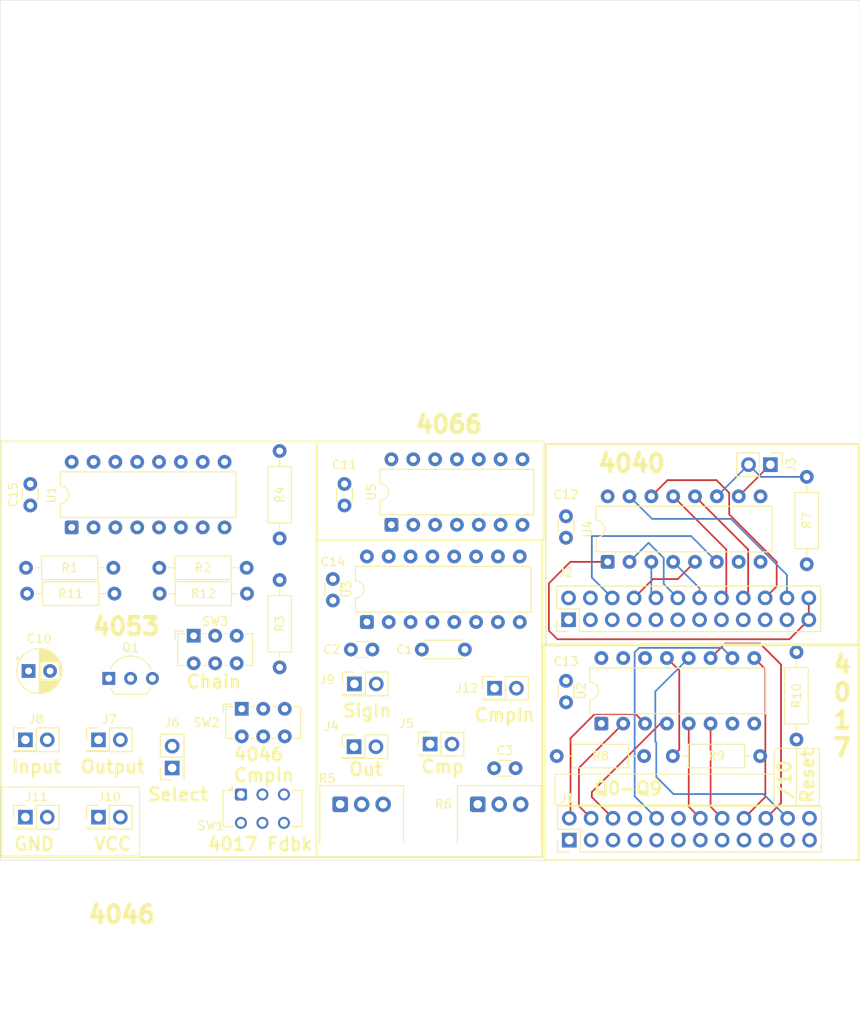
<source format=kicad_pcb>
(kicad_pcb (version 20241229) (generator "pcbnew") (generator_version "9.0")
  (layers (0 "F.Cu" signal) (2 "B.Cu" signal) (13 "F.Paste" user) (15 "B.Paste" user) (5 "F.SilkS" user "F.Silkscreen") (7 "B.SilkS" user "B.Silkscreen") (1 "F.Mask" user) (3 "B.Mask" user) (25 "Edge.Cuts" user))
  (net 0 "")
  (net 1 "Net-(U1-C1)")
  (net 2 "GND")
  (net 3 "Net-(U1-C2)")
  (net 4 "Net-(C3-Pad2)")
  (net 5 "/4040/Clock")
  (net 6 "/4040/Reset")
  (net 7 "/4046/SigIn")
  (net 8 "Net-(U1-SigIn)")
  (net 9 "Net-(U3-INH)")
  (net 10 "/4046/Comp")
  (net 11 "/4053/Select")
  (net 12 "Net-(U1-Inh)")
  (net 13 "VCC")
  (net 14 "/4017/Reset")
  (net 15 "/4017/ClockEnable")
  (net 16 "/4017/Clock")
  (net 17 "/4053/A")
  (net 18 "/4053/C")
  (net 19 "/4066/Cen")
  (net 20 "/4053/B")
  (net 21 "/4053/B1")
  (net 22 "/4017/Q1")
  (net 23 "/4017/Q2")
  (net 24 "/4017/Q6")
  (net 25 "/4017/Q7")
  (net 26 "/4017/Q8")
  (net 27 "/4017/Q0")
  (net 28 "/4017/Q5")
  (net 29 "/4017/Q3")
  (net 30 "/4017/Q4")
  (net 31 "/4017/Q10")
  (net 32 "/4017/Q9")
  (net 33 "/4040/Q0")
  (net 34 "/4040/Q11")
  (net 35 "/4040/Q7")
  (net 36 "/4040/Q3")
  (net 37 "/4040/Q9")
  (net 38 "/4040/Q4")
  (net 39 "/4040/Q8")
  (net 40 "/4040/Q5")
  (net 41 "/4040/Q1")
  (net 42 "/4040/Q6")
  (net 43 "/4040/Q10")
  (net 45 "Net-(Q1-B)")
  (net 46 "/4066/Ben")
  (net 47 "/4066/C2")
  (net 48 "/4066/D2")
  (net 49 "/4066/Den")
  (net 50 "/4066/C1")
  (net 51 "/4066/D1")
  (net 52 "Net-(U1-R1)")
  (net 53 "Net-(U1-VCOin)")
  (net 54 "Net-(U1-PC2)")
  (net 60 "/4040/Q2")
  (net 61 "Net-(J7-Pin_2)")
  (footprint "Connector_PinHeader_2.54mm:PinHeader_2x01_P2.54mm_Vertical" (layer "F.Cu") (at 98.43 142)
    (property "Reference" "J10" (at 1.27 -2.38 0) (layer "F.SilkS"))
    (property "Value" "VCC")
    (pad "1" thru_hole rect (at 0 0) (size 1.7 1.7) (drill 1) (layers "*.Cu" "*.Mask") (net 13 "VCC"))
    (pad "2" thru_hole circle (at 2.54 0) (size 1.7 1.7) (drill 1) (layers "*.Cu" "*.Mask") (net 13 "VCC"))
  )
  (footprint "Resistor_THT:R_Axial_DIN0207_L6.3mm_D2.5mm_P10.16mm_Horizontal" (layer "F.Cu") (at 105.545 116)
    (property "Reference" "R12" (at 5.08 0 0) (layer "F.SilkS"))
    (property "Value" "100k")
    (pad "1" thru_hole circle (at 0 0) (size 1.6 1.6) (drill 0.8) (layers "*.Cu" "*.Mask") (net 11 "/4053/Select"))
    (pad "2" thru_hole oval (at 10.16 0) (size 1.6 1.6) (drill 0.8) (layers "*.Cu" "*.Mask") (net 45 "Net-(Q1-B)"))
  )
  (footprint "Package_DIP:DIP-16_W7.62mm" (layer "F.Cu") (at 129.65 119.305 90)
    (property "Reference" "U3" (at 3.81 -2.33 90) (layer "F.SilkS"))
    (property "Value" "CD4053B")
    (pad "1" thru_hole roundrect (at 0 0 90) (size 1.6 1.6) (drill 0.8) (layers "*.Cu" "*.Mask") (roundrect_rratio 0.15625) (net 21 "/4053/B1"))
    (pad "2" thru_hole circle (at 0 2.54 90) (size 1.6 1.6) (drill 0.8) (layers "*.Cu" "*.Mask") (net 7 "/4046/SigIn"))
    (pad "3" thru_hole circle (at 0 5.08 90) (size 1.6 1.6) (drill 0.8) (layers "*.Cu" "*.Mask") (net 60 "/4040/Q2"))
    (pad "4" thru_hole circle (at 0 7.62 90) (size 1.6 1.6) (drill 0.8) (layers "*.Cu" "*.Mask") (net 18 "/4053/C"))
    (pad "5" thru_hole circle (at 0 10.16 90) (size 1.6 1.6) (drill 0.8) (layers "*.Cu" "*.Mask") (net 5 "/4040/Clock"))
    (pad "6" thru_hole circle (at 0 12.7 90) (size 1.6 1.6) (drill 0.8) (layers "*.Cu" "*.Mask") (net 9 "Net-(U3-INH)"))
    (pad "7" thru_hole circle (at 0 15.24 90) (size 1.6 1.6) (drill 0.8) (layers "*.Cu" "*.Mask") (net 2 "GND"))
    (pad "8" thru_hole circle (at 0 17.78 90) (size 1.6 1.6) (drill 0.8) (layers "*.Cu" "*.Mask") (net 2 "GND"))
    (pad "9" thru_hole circle (at 7.62 17.78 90) (size 1.6 1.6) (drill 0.8) (layers "*.Cu" "*.Mask") (net 11 "/4053/Select"))
    (pad "10" thru_hole circle (at 7.62 15.24 90) (size 1.6 1.6) (drill 0.8) (layers "*.Cu" "*.Mask") (net 11 "/4053/Select"))
    (pad "11" thru_hole circle (at 7.62 12.7 90) (size 1.6 1.6) (drill 0.8) (layers "*.Cu" "*.Mask") (net 11 "/4053/Select"))
    (pad "12" thru_hole circle (at 7.62 10.16 90) (size 1.6 1.6) (drill 0.8) (layers "*.Cu" "*.Mask") (net 16 "/4017/Clock"))
    (pad "13" thru_hole circle (at 7.62 7.62 90) (size 1.6 1.6) (drill 0.8) (layers "*.Cu" "*.Mask") (net 7 "/4046/SigIn"))
    (pad "14" thru_hole circle (at 7.62 5.08 90) (size 1.6 1.6) (drill 0.8) (layers "*.Cu" "*.Mask") (net 17 "/4053/A"))
    (pad "15" thru_hole circle (at 7.62 2.54 90) (size 1.6 1.6) (drill 0.8) (layers "*.Cu" "*.Mask") (net 20 "/4053/B"))
    (pad "16" thru_hole circle (at 7.62 0 90) (size 1.6 1.6) (drill 0.8) (layers "*.Cu" "*.Mask") (net 13 "VCC"))
  )
  (footprint "Resistor_THT:R_Axial_DIN0207_L6.3mm_D2.5mm_P10.16mm_Horizontal" (layer "F.Cu") (at 90 113)
    (property "Reference" "R1" (at 5.08 0 0) (layer "F.SilkS"))
    (property "Value" "100K")
    (pad "1" thru_hole circle (at 0 0) (size 1.6 1.6) (drill 0.8) (layers "*.Cu" "*.Mask") (net 9 "Net-(U3-INH)"))
    (pad "2" thru_hole oval (at 10.16 0) (size 1.6 1.6) (drill 0.8) (layers "*.Cu" "*.Mask") (net 2 "GND"))
  )
  (footprint "Resistor_THT:R_Axial_DIN0207_L6.3mm_D2.5mm_P10.16mm_Horizontal" (layer "F.Cu") (at 179.61 122.81 -90)
    (property "Reference" "R10" (at 5.08 0 90) (layer "F.SilkS"))
    (property "Value" "100K")
    (pad "1" thru_hole circle (at 0 0 270) (size 1.6 1.6) (drill 0.8) (layers "*.Cu" "*.Mask") (net 16 "/4017/Clock"))
    (pad "2" thru_hole oval (at 10.16 0 270) (size 1.6 1.6) (drill 0.8) (layers "*.Cu" "*.Mask") (net 2 "GND"))
  )
  (footprint "Resistor_THT:R_Axial_DIN0207_L6.3mm_D2.5mm_P10.16mm_Horizontal" (layer "F.Cu") (at 161.89 134.89 180)
    (property "Reference" "R8" (at 5.08 0 0) (layer "F.SilkS"))
    (property "Value" "100K")
    (pad "1" thru_hole circle (at 0 0 180) (size 1.6 1.6) (drill 0.8) (layers "*.Cu" "*.Mask") (net 14 "/4017/Reset"))
    (pad "2" thru_hole oval (at 10.16 0 180) (size 1.6 1.6) (drill 0.8) (layers "*.Cu" "*.Mask") (net 2 "GND"))
  )
  (footprint "Connector_PinHeader_2.54mm:PinHeader_2x12_P2.54mm_Vertical" (layer "F.Cu") (at 153.105 119.045 90)
    (property "Reference" "J2" (at 5.54 -0.335 180) (layer "F.SilkS"))
    (property "Value" "4040 Output")
    (pad "1" thru_hole rect (at 0 0 90) (size 1.7 1.7) (drill 1) (layers "*.Cu" "*.Mask") (net 33 "/4040/Q0"))
    (pad "2" thru_hole circle (at 2.54 0 90) (size 1.7 1.7) (drill 1) (layers "*.Cu" "*.Mask") (net 33 "/4040/Q0"))
    (pad "3" thru_hole circle (at 0 2.54 90) (size 1.7 1.7) (drill 1) (layers "*.Cu" "*.Mask") (net 41 "/4040/Q1"))
    (pad "4" thru_hole circle (at 2.54 2.54 90) (size 1.7 1.7) (drill 1) (layers "*.Cu" "*.Mask") (net 41 "/4040/Q1"))
    (pad "5" thru_hole circle (at 0 5.08 90) (size 1.7 1.7) (drill 1) (layers "*.Cu" "*.Mask") (net 60 "/4040/Q2"))
    (pad "6" thru_hole circle (at 2.54 5.08 90) (size 1.7 1.7) (drill 1) (layers "*.Cu" "*.Mask") (net 60 "/4040/Q2"))
    (pad "7" thru_hole circle (at 0 7.62 90) (size 1.7 1.7) (drill 1) (layers "*.Cu" "*.Mask") (net 36 "/4040/Q3"))
    (pad "8" thru_hole circle (at 2.54 7.62 90) (size 1.7 1.7) (drill 1) (layers "*.Cu" "*.Mask") (net 36 "/4040/Q3"))
    (pad "9" thru_hole circle (at 0 10.16 90) (size 1.7 1.7) (drill 1) (layers "*.Cu" "*.Mask") (net 38 "/4040/Q4"))
    (pad "10" thru_hole circle (at 2.54 10.16 90) (size 1.7 1.7) (drill 1) (layers "*.Cu" "*.Mask") (net 38 "/4040/Q4"))
    (pad "11" thru_hole circle (at 0 12.7 90) (size 1.7 1.7) (drill 1) (layers "*.Cu" "*.Mask") (net 40 "/4040/Q5"))
    (pad "12" thru_hole circle (at 2.54 12.7 90) (size 1.7 1.7) (drill 1) (layers "*.Cu" "*.Mask") (net 40 "/4040/Q5"))
    (pad "13" thru_hole circle (at 0 15.24 90) (size 1.7 1.7) (drill 1) (layers "*.Cu" "*.Mask") (net 42 "/4040/Q6"))
    (pad "14" thru_hole circle (at 2.54 15.24 90) (size 1.7 1.7) (drill 1) (layers "*.Cu" "*.Mask") (net 42 "/4040/Q6"))
    (pad "15" thru_hole circle (at 0 17.78 90) (size 1.7 1.7) (drill 1) (layers "*.Cu" "*.Mask") (net 35 "/4040/Q7"))
    (pad "16" thru_hole circle (at 2.54 17.78 90) (size 1.7 1.7) (drill 1) (layers "*.Cu" "*.Mask") (net 35 "/4040/Q7"))
    (pad "17" thru_hole circle (at 0 20.32 90) (size 1.7 1.7) (drill 1) (layers "*.Cu" "*.Mask") (net 39 "/4040/Q8"))
    (pad "18" thru_hole circle (at 2.54 20.32 90) (size 1.7 1.7) (drill 1) (layers "*.Cu" "*.Mask") (net 39 "/4040/Q8"))
    (pad "19" thru_hole circle (at 0 22.86 90) (size 1.7 1.7) (drill 1) (layers "*.Cu" "*.Mask") (net 37 "/4040/Q9"))
    (pad "20" thru_hole circle (at 2.54 22.86 90) (size 1.7 1.7) (drill 1) (layers "*.Cu" "*.Mask") (net 37 "/4040/Q9"))
    (pad "21" thru_hole circle (at 0 25.4 90) (size 1.7 1.7) (drill 1) (layers "*.Cu" "*.Mask") (net 43 "/4040/Q10"))
    (pad "22" thru_hole circle (at 2.54 25.4 90) (size 1.7 1.7) (drill 1) (layers "*.Cu" "*.Mask") (net 43 "/4040/Q10"))
    (pad "23" thru_hole circle (at 0 27.94 90) (size 1.7 1.7) (drill 1) (layers "*.Cu" "*.Mask") (net 34 "/4040/Q11"))
    (pad "24" thru_hole circle (at 2.54 27.94 90) (size 1.7 1.7) (drill 1) (layers "*.Cu" "*.Mask") (net 34 "/4040/Q11"))
  )
  (footprint "Capacitor_THT:C_Disc_D3.0mm_W1.6mm_P2.50mm" (layer "F.Cu") (at 130.29 122.5 180)
    (property "Reference" "C2" (at 4.75 0 0) (layer "F.SilkS"))
    (property "Value" "1uF")
    (pad "1" thru_hole circle (at 0 0 180) (size 1.6 1.6) (drill 0.8) (layers "*.Cu" "*.Mask") (net 8 "Net-(U1-SigIn)"))
    (pad "2" thru_hole circle (at 2.5 0 180) (size 1.6 1.6) (drill 0.8) (layers "*.Cu" "*.Mask") (net 7 "/4046/SigIn"))
  )
  (footprint "Resistor_THT:R_Axial_DIN0207_L6.3mm_D2.5mm_P10.16mm_Horizontal" (layer "F.Cu") (at 180.805 102.425 -90)
    (property "Reference" "R7" (at 5.08 0 90) (layer "F.SilkS"))
    (property "Value" "100K")
    (pad "1" thru_hole circle (at 0 0 270) (size 1.6 1.6) (drill 0.8) (layers "*.Cu" "*.Mask") (net 6 "/4040/Reset"))
    (pad "2" thru_hole oval (at 10.16 0 270) (size 1.6 1.6) (drill 0.8) (layers "*.Cu" "*.Mask") (net 2 "GND"))
  )
  (footprint "Capacitor_THT:C_Disc_D4.3mm_W1.9mm_P5.00mm" (layer "F.Cu") (at 136.04 122.5)
    (property "Reference" "C1" (at -2 0 0) (layer "F.SilkS"))
    (property "Value" "C1")
    (pad "1" thru_hole circle (at 0 0) (size 1.6 1.6) (drill 0.8) (layers "*.Cu" "*.Mask") (net 1 "Net-(U1-C1)"))
    (pad "2" thru_hole circle (at 5 0) (size 1.6 1.6) (drill 0.8) (layers "*.Cu" "*.Mask") (net 3 "Net-(U1-C2)"))
  )
  (footprint "Potentiometer_THT:Potentiometer_Alps_RK097_Single_Horizontal" (layer "F.Cu") (at 142.54 140.5 90)
    (property "Reference" "R6" (at 0 -4 0) (layer "F.SilkS"))
    (property "Value" "R6")
    (pad "1" thru_hole roundrect (at 0 0 270) (size 1.8 1.8) (drill 1) (layers "*.Cu" "*.Mask") (roundrect_rratio 0.1388888889) (net 53 "Net-(U1-VCOin)"))
    (pad "2" thru_hole circle (at 0 2.5 270) (size 1.8 1.8) (drill 1) (layers "*.Cu" "*.Mask") (net 4 "Net-(C3-Pad2)"))
    (pad "3" thru_hole circle (at 0 5 270) (size 1.8 1.8) (drill 1) (layers "*.Cu" "*.Mask") (net 4 "Net-(C3-Pad2)"))
  )
  (footprint "Connector_PinHeader_2.54mm:PinHeader_2x01_P2.54mm_Vertical" (layer "F.Cu") (at 137 133.5)
    (property "Reference" "J5" (at -2.735 -2.38 0) (layer "F.SilkS"))
    (property "Value" "4046 Comp")
    (pad "1" thru_hole rect (at 0 0) (size 1.7 1.7) (drill 1) (layers "*.Cu" "*.Mask") (net 10 "/4046/Comp"))
    (pad "2" thru_hole circle (at 2.54 0) (size 1.7 1.7) (drill 1) (layers "*.Cu" "*.Mask") (net 10 "/4046/Comp"))
  )
  (footprint "Capacitor_THT:CP_Radial_D5.0mm_P2.50mm" (layer "F.Cu") (at 90.2949 125)
    (property "Reference" "C10" (at 1.25 -3.75 0) (layer "F.SilkS"))
    (property "Value" "10uF")
    (pad "1" thru_hole rect (at 0 0) (size 1.6 1.6) (drill 0.8) (layers "*.Cu" "*.Mask") (net 13 "VCC"))
    (pad "2" thru_hole circle (at 2.5 0) (size 1.6 1.6) (drill 0.8) (layers "*.Cu" "*.Mask") (net 2 "GND"))
  )
  (footprint "Package_DIP:DIP-16_W7.62mm" (layer "F.Cu") (at 156.92 131.115 90)
    (property "Reference" "U2" (at 3.81 -2.33 90) (layer "F.SilkS"))
    (property "Value" "4017")
    (pad "1" thru_hole roundrect (at 0 0 90) (size 1.6 1.6) (drill 0.8) (layers "*.Cu" "*.Mask") (roundrect_rratio 0.15625) (net 28 "/4017/Q5"))
    (pad "2" thru_hole circle (at 0 2.54 90) (size 1.6 1.6) (drill 0.8) (layers "*.Cu" "*.Mask") (net 22 "/4017/Q1"))
    (pad "3" thru_hole circle (at 0 5.08 90) (size 1.6 1.6) (drill 0.8) (layers "*.Cu" "*.Mask") (net 27 "/4017/Q0"))
    (pad "4" thru_hole circle (at 0 7.62 90) (size 1.6 1.6) (drill 0.8) (layers "*.Cu" "*.Mask") (net 23 "/4017/Q2"))
    (pad "5" thru_hole circle (at 0 10.16 90) (size 1.6 1.6) (drill 0.8) (layers "*.Cu" "*.Mask") (net 24 "/4017/Q6"))
    (pad "6" thru_hole circle (at 0 12.7 90) (size 1.6 1.6) (drill 0.8) (layers "*.Cu" "*.Mask") (net 25 "/4017/Q7"))
    (pad "7" thru_hole circle (at 0 15.24 90) (size 1.6 1.6) (drill 0.8) (layers "*.Cu" "*.Mask") (net 29 "/4017/Q3"))
    (pad "8" thru_hole circle (at 0 17.78 90) (size 1.6 1.6) (drill 0.8) (layers "*.Cu" "*.Mask") (net 2 "GND"))
    (pad "9" thru_hole circle (at 7.62 17.78 90) (size 1.6 1.6) (drill 0.8) (layers "*.Cu" "*.Mask") (net 26 "/4017/Q8"))
    (pad "10" thru_hole circle (at 7.62 15.24 90) (size 1.6 1.6) (drill 0.8) (layers "*.Cu" "*.Mask") (net 30 "/4017/Q4"))
    (pad "11" thru_hole circle (at 7.62 12.7 90) (size 1.6 1.6) (drill 0.8) (layers "*.Cu" "*.Mask") (net 32 "/4017/Q9"))
    (pad "12" thru_hole circle (at 7.62 10.16 90) (size 1.6 1.6) (drill 0.8) (layers "*.Cu" "*.Mask") (net 31 "/4017/Q10"))
    (pad "13" thru_hole circle (at 7.62 7.62 90) (size 1.6 1.6) (drill 0.8) (layers "*.Cu" "*.Mask") (net 15 "/4017/ClockEnable"))
    (pad "14" thru_hole circle (at 7.62 5.08 90) (size 1.6 1.6) (drill 0.8) (layers "*.Cu" "*.Mask") (net 16 "/4017/Clock"))
    (pad "15" thru_hole circle (at 7.62 2.54 90) (size 1.6 1.6) (drill 0.8) (layers "*.Cu" "*.Mask") (net 14 "/4017/Reset"))
    (pad "16" thru_hole circle (at 7.62 0 90) (size 1.6 1.6) (drill 0.8) (layers "*.Cu" "*.Mask") (net 13 "VCC"))
  )
  (footprint "Package_DIP:DIP-16_W7.62mm" (layer "F.Cu") (at 95.315 108.305 90)
    (property "Reference" "U1" (at 3.81 -2.33 90) (layer "F.SilkS"))
    (property "Value" "4046")
    (pad "1" thru_hole roundrect (at 0 0 90) (size 1.6 1.6) (drill 0.8) (layers "*.Cu" "*.Mask") (roundrect_rratio 0.15625))
    (pad "2" thru_hole circle (at 0 2.54 90) (size 1.6 1.6) (drill 0.8) (layers "*.Cu" "*.Mask"))
    (pad "3" thru_hole circle (at 0 5.08 90) (size 1.6 1.6) (drill 0.8) (layers "*.Cu" "*.Mask") (net 10 "/4046/Comp"))
    (pad "4" thru_hole circle (at 0 7.62 90) (size 1.6 1.6) (drill 0.8) (layers "*.Cu" "*.Mask") (net 5 "/4040/Clock"))
    (pad "5" thru_hole circle (at 0 10.16 90) (size 1.6 1.6) (drill 0.8) (layers "*.Cu" "*.Mask") (net 12 "Net-(U1-Inh)"))
    (pad "6" thru_hole circle (at 0 12.7 90) (size 1.6 1.6) (drill 0.8) (layers "*.Cu" "*.Mask") (net 1 "Net-(U1-C1)"))
    (pad "7" thru_hole circle (at 0 15.24 90) (size 1.6 1.6) (drill 0.8) (layers "*.Cu" "*.Mask") (net 3 "Net-(U1-C2)"))
    (pad "8" thru_hole circle (at 0 17.78 90) (size 1.6 1.6) (drill 0.8) (layers "*.Cu" "*.Mask") (net 2 "GND"))
    (pad "9" thru_hole circle (at 7.62 17.78 90) (size 1.6 1.6) (drill 0.8) (layers "*.Cu" "*.Mask") (net 53 "Net-(U1-VCOin)"))
    (pad "10" thru_hole circle (at 7.62 15.24 90) (size 1.6 1.6) (drill 0.8) (layers "*.Cu" "*.Mask"))
    (pad "11" thru_hole circle (at 7.62 12.7 90) (size 1.6 1.6) (drill 0.8) (layers "*.Cu" "*.Mask") (net 52 "Net-(U1-R1)"))
    (pad "12" thru_hole circle (at 7.62 10.16 90) (size 1.6 1.6) (drill 0.8) (layers "*.Cu" "*.Mask"))
    (pad "13" thru_hole circle (at 7.62 7.62 90) (size 1.6 1.6) (drill 0.8) (layers "*.Cu" "*.Mask") (net 54 "Net-(U1-PC2)"))
    (pad "14" thru_hole circle (at 7.62 5.08 90) (size 1.6 1.6) (drill 0.8) (layers "*.Cu" "*.Mask") (net 8 "Net-(U1-SigIn)"))
    (pad "15" thru_hole circle (at 7.62 2.54 90) (size 1.6 1.6) (drill 0.8) (layers "*.Cu" "*.Mask"))
    (pad "16" thru_hole circle (at 7.62 0 90) (size 1.6 1.6) (drill 0.8) (layers "*.Cu" "*.Mask") (net 13 "VCC"))
  )
  (footprint "Connector_PinHeader_2.54mm:PinHeader_2x01_P2.54mm_Vertical" (layer "F.Cu") (at 98.43 133)
    (property "Reference" "J7" (at 1.27 -2.38 0) (layer "F.SilkS"))
    (property "Value" "Output")
    (pad "1" thru_hole rect (at 0 0) (size 1.7 1.7) (drill 1) (layers "*.Cu" "*.Mask") (net 18 "/4053/C"))
    (pad "2" thru_hole circle (at 2.54 0) (size 1.7 1.7) (drill 1) (layers "*.Cu" "*.Mask") (net 61 "Net-(J7-Pin_2)"))
  )
  (footprint "Button_Switch_THT:SW_E-Switch_EG1271_SPDT" (layer "F.Cu") (at 115.0925 129.4)
    (property "Reference" "SW2" (at -4.0925 1.6 0) (layer "F.SilkS"))
    (property "Value" "4046 CompIn")
    (pad "1" thru_hole rect (at 0 0) (size 1.6 1.6) (drill 0.8) (layers "*.Cu" "*.Mask") (net 21 "/4053/B1"))
    (pad "2" thru_hole circle (at 2.5 0) (size 1.6 1.6) (drill 0.8) (layers "*.Cu" "*.Mask") (net 10 "/4046/Comp"))
    (pad "3" thru_hole circle (at 5 0) (size 1.6 1.6) (drill 0.8) (layers "*.Cu" "*.Mask"))
    (pad "4" thru_hole circle (at 0 3.2) (size 1.6 1.6) (drill 0.8) (layers "*.Cu" "*.Mask"))
    (pad "5" thru_hole circle (at 2.5 3.2) (size 1.6 1.6) (drill 0.8) (layers "*.Cu" "*.Mask"))
    (pad "6" thru_hole circle (at 5 3.2) (size 1.6 1.6) (drill 0.8) (layers "*.Cu" "*.Mask"))
  )
  (footprint "Connector_PinHeader_2.54mm:PinHeader_2x01_P2.54mm_Vertical" (layer "F.Cu") (at 128.195 126.5)
    (property "Reference" "J9" (at -3.155 -0.5 0) (layer "F.SilkS"))
    (property "Value" "4046 SigIn")
    (pad "1" thru_hole rect (at 0 0) (size 1.7 1.7) (drill 1) (layers "*.Cu" "*.Mask") (net 7 "/4046/SigIn"))
    (pad "2" thru_hole circle (at 2.54 0) (size 1.7 1.7) (drill 1) (layers "*.Cu" "*.Mask") (net 7 "/4046/SigIn"))
  )
  (footprint "Connector_PinHeader_2.54mm:PinHeader_1x02_P2.54mm_Vertical" (layer "F.Cu") (at 176.58 101.005 -90)
    (property "Reference" "J3" (at 0 -2.38 90) (layer "F.SilkS"))
    (property "Value" "4040 Input")
    (pad "1" thru_hole rect (at 0 0 270) (size 1.7 1.7) (drill 1) (layers "*.Cu" "*.Mask") (net 5 "/4040/Clock"))
    (pad "2" thru_hole circle (at 0 2.54 270) (size 1.7 1.7) (drill 1) (layers "*.Cu" "*.Mask") (net 6 "/4040/Reset"))
  )
  (footprint "Resistor_THT:R_Axial_DIN0207_L6.3mm_D2.5mm_P10.16mm_Horizontal" (layer "F.Cu") (at 105.5 113)
    (property "Reference" "R2" (at 5.08 0 0) (layer "F.SilkS"))
    (property "Value" "100K")
    (pad "1" thru_hole circle (at 0 0) (size 1.6 1.6) (drill 0.8) (layers "*.Cu" "*.Mask") (net 11 "/4053/Select"))
    (pad "2" thru_hole oval (at 10.16 0) (size 1.6 1.6) (drill 0.8) (layers "*.Cu" "*.Mask") (net 2 "GND"))
  )
  (footprint "Resistor_THT:R_Axial_DIN0207_L6.3mm_D2.5mm_P10.16mm_Horizontal" (layer "F.Cu") (at 165.23 134.89)
    (property "Reference" "R9" (at 5.08 0 0) (layer "F.SilkS"))
    (property "Value" "100K")
    (pad "1" thru_hole circle (at 0 0) (size 1.6 1.6) (drill 0.8) (layers "*.Cu" "*.Mask") (net 15 "/4017/ClockEnable"))
    (pad "2" thru_hole oval (at 10.16 0) (size 1.6 1.6) (drill 0.8) (layers "*.Cu" "*.Mask") (net 2 "GND"))
  )
  (footprint "Connector_PinHeader_2.54mm:PinHeader_2x01_P2.54mm_Vertical" (layer "F.Cu") (at 89.93 142)
    (property "Reference" "J11" (at 1.27 -2.38 0) (layer "F.SilkS"))
    (property "Value" "GND")
    (pad "1" thru_hole rect (at 0 0) (size 1.7 1.7) (drill 1) (layers "*.Cu" "*.Mask") (net 2 "GND"))
    (pad "2" thru_hole circle (at 2.54 0) (size 1.7 1.7) (drill 1) (layers "*.Cu" "*.Mask") (net 2 "GND"))
  )
  (footprint "Capacitor_THT:C_Disc_D3.0mm_W1.6mm_P2.50mm" (layer "F.Cu") (at 125.695 114.305 -90)
    (property "Reference" "C14" (at -2 0 0) (layer "F.SilkS"))
    (property "Value" "100nF")
    (pad "1" thru_hole circle (at 0 0 270) (size 1.6 1.6) (drill 0.8) (layers "*.Cu" "*.Mask") (net 13 "VCC"))
    (pad "2" thru_hole circle (at 2.5 0 270) (size 1.6 1.6) (drill 0.8) (layers "*.Cu" "*.Mask") (net 2 "GND"))
  )
  (footprint "Capacitor_THT:C_Disc_D3.0mm_W1.6mm_P2.50mm" (layer "F.Cu") (at 90.5 103.25 -90)
    (property "Reference" "C15" (at 1.25 2 90) (layer "F.SilkS"))
    (property "Value" "100nF")
    (pad "1" thru_hole circle (at 0 0 270) (size 1.6 1.6) (drill 0.8) (layers "*.Cu" "*.Mask") (net 13 "VCC"))
    (pad "2" thru_hole circle (at 2.5 0 270) (size 1.6 1.6) (drill 0.8) (layers "*.Cu" "*.Mask") (net 2 "GND"))
  )
  (footprint "Connector_PinHeader_2.54mm:PinHeader_2x01_P2.54mm_Vertical" (layer "F.Cu") (at 107 136.275 90)
    (property "Reference" "J6" (at 5.275 0 180) (layer "F.SilkS"))
    (property "Value" "Select")
    (pad "1" thru_hole rect (at 0 0 90) (size 1.7 1.7) (drill 1) (layers "*.Cu" "*.Mask") (net 11 "/4053/Select"))
    (pad "2" thru_hole circle (at 2.54 0 90) (size 1.7 1.7) (drill 1) (layers "*.Cu" "*.Mask") (net 11 "/4053/Select"))
  )
  (footprint "Button_Switch_THT:SW_CK_JS202011CQN_DPDT_Straight" (layer "F.Cu") (at 115 139.3575)
    (property "Reference" "SW1" (at -3.5 3.6425 0) (layer "F.SilkS"))
    (property "Value" "4017 Feedback")
    (pad "1" thru_hole roundrect (at 0 0) (size 1.4 1.4) (drill 0.9) (layers "*.Cu" "*.Mask") (roundrect_rratio 0.1785714286) (net 14 "/4017/Reset"))
    (pad "2" thru_hole circle (at 2.5 0) (size 1.4 1.4) (drill 0.9) (layers "*.Cu" "*.Mask") (net 20 "/4053/B"))
    (pad "3" thru_hole circle (at 5 0) (size 1.4 1.4) (drill 0.9) (layers "*.Cu" "*.Mask") (net 27 "/4017/Q0"))
    (pad "4" thru_hole circle (at 5 3.3) (size 1.4 1.4) (drill 0.9) (layers "*.Cu" "*.Mask"))
    (pad "5" thru_hole circle (at 2.5 3.3) (size 1.4 1.4) (drill 0.9) (layers "*.Cu" "*.Mask"))
    (pad "6" thru_hole circle (at 0 3.3) (size 1.4 1.4) (drill 0.9) (layers "*.Cu" "*.Mask"))
  )
  (footprint "Potentiometer_THT:Potentiometer_Alps_RK097_Single_Horizontal" (layer "F.Cu") (at 126.54 140.5 90)
    (property "Reference" "R5" (at 3 -1.5 0) (layer "F.SilkS"))
    (property "Value" "R5")
    (pad "1" thru_hole roundrect (at 0 0 270) (size 1.8 1.8) (drill 1) (layers "*.Cu" "*.Mask") (roundrect_rratio 0.1388888889) (net 54 "Net-(U1-PC2)"))
    (pad "2" thru_hole circle (at 0 2.5 270) (size 1.8 1.8) (drill 1) (layers "*.Cu" "*.Mask") (net 53 "Net-(U1-VCOin)"))
    (pad "3" thru_hole circle (at 0 5 270) (size 1.8 1.8) (drill 1) (layers "*.Cu" "*.Mask") (net 53 "Net-(U1-VCOin)"))
  )
  (footprint "Package_DIP:DIP-16_W7.62mm" (layer "F.Cu") (at 157.65 112.31 90)
    (property "Reference" "U4" (at 3.81 -2.33 90) (layer "F.SilkS"))
    (property "Value" "4040")
    (pad "1" thru_hole roundrect (at 0 0 90) (size 1.6 1.6) (drill 0.8) (layers "*.Cu" "*.Mask") (roundrect_rratio 0.15625) (net 34 "/4040/Q11"))
    (pad "2" thru_hole circle (at 0 2.54 90) (size 1.6 1.6) (drill 0.8) (layers "*.Cu" "*.Mask") (net 40 "/4040/Q5"))
    (pad "3" thru_hole circle (at 0 5.08 90) (size 1.6 1.6) (drill 0.8) (layers "*.Cu" "*.Mask") (net 38 "/4040/Q4"))
    (pad "4" thru_hole circle (at 0 7.62 90) (size 1.6 1.6) (drill 0.8) (layers "*.Cu" "*.Mask") (net 42 "/4040/Q6"))
    (pad "5" thru_hole circle (at 0 10.16 90) (size 1.6 1.6) (drill 0.8) (layers "*.Cu" "*.Mask") (net 36 "/4040/Q3"))
    (pad "6" thru_hole circle (at 0 12.7 90) (size 1.6 1.6) (drill 0.8) (layers "*.Cu" "*.Mask") (net 60 "/4040/Q2"))
    (pad "7" thru_hole circle (at 0 15.24 90) (size 1.6 1.6) (drill 0.8) (layers "*.Cu" "*.Mask") (net 41 "/4040/Q1"))
    (pad "8" thru_hole circle (at 0 17.78 90) (size 1.6 1.6) (drill 0.8) (layers "*.Cu" "*.Mask") (net 2 "GND"))
    (pad "9" thru_hole circle (at 7.62 17.78 90) (size 1.6 1.6) (drill 0.8) (layers "*.Cu" "*.Mask") (net 33 "/4040/Q0"))
    (pad "10" thru_hole circle (at 7.62 15.24 90) (size 1.6 1.6) (drill 0.8) (layers "*.Cu" "*.Mask") (net 5 "/4040/Clock"))
    (pad "11" thru_hole circle (at 7.62 12.7 90) (size 1.6 1.6) (drill 0.8) (layers "*.Cu" "*.Mask") (net 6 "/4040/Reset"))
    (pad "12" thru_hole circle (at 7.62 10.16 90) (size 1.6 1.6) (drill 0.8) (layers "*.Cu" "*.Mask") (net 39 "/4040/Q8"))
    (pad "13" thru_hole circle (at 7.62 7.62 90) (size 1.6 1.6) (drill 0.8) (layers "*.Cu" "*.Mask") (net 35 "/4040/Q7"))
    (pad "14" thru_hole circle (at 7.62 5.08 90) (size 1.6 1.6) (drill 0.8) (layers "*.Cu" "*.Mask") (net 37 "/4040/Q9"))
    (pad "15" thru_hole circle (at 7.62 2.54 90) (size 1.6 1.6) (drill 0.8) (layers "*.Cu" "*.Mask") (net 43 "/4040/Q10"))
    (pad "16" thru_hole circle (at 7.62 0 90) (size 1.6 1.6) (drill 0.8) (layers "*.Cu" "*.Mask") (net 13 "VCC"))
  )
  (footprint "Resistor_THT:R_Axial_DIN0207_L6.3mm_D2.5mm_P10.16mm_Horizontal" (layer "F.Cu") (at 90.125 116)
    (property "Reference" "R11" (at 5.08 0 0) (layer "F.SilkS"))
    (property "Value" "10k")
    (pad "1" thru_hole circle (at 0 0) (size 1.6 1.6) (drill 0.8) (layers "*.Cu" "*.Mask") (net 13 "VCC"))
    (pad "2" thru_hole oval (at 10.16 0) (size 1.6 1.6) (drill 0.8) (layers "*.Cu" "*.Mask") (net 46 "/4066/Ben"))
  )
  (footprint "Connector_PinHeader_2.54mm:PinHeader_2x01_P2.54mm_Vertical" (layer "F.Cu") (at 144.5 127)
    (property "Reference" "J12" (at -3.225 0 0) (layer "F.SilkS"))
    (property "Value" "4046 Comp In")
    (pad "1" thru_hole rect (at 0 0) (size 1.7 1.7) (drill 1) (layers "*.Cu" "*.Mask") (net 21 "/4053/B1"))
    (pad "2" thru_hole circle (at 2.54 0) (size 1.7 1.7) (drill 1) (layers "*.Cu" "*.Mask") (net 21 "/4053/B1"))
  )
  (footprint "Package_TO_SOT_THT:TO-92_Inline_Wide" (layer "F.Cu") (at 99.625 125.86)
    (property "Reference" "Q1" (at 2.54 -3.56 0) (layer "F.SilkS"))
    (property "Value" "2N3904")
    (pad "1" thru_hole rect (at 0 0) (size 1.5 1.5) (drill 0.8) (layers "*.Cu" "*.Mask") (net 2 "GND"))
    (pad "2" thru_hole circle (at 2.54 0) (size 1.5 1.5) (drill 0.8) (layers "*.Cu" "*.Mask") (net 45 "Net-(Q1-B)"))
    (pad "3" thru_hole circle (at 5.08 0) (size 1.5 1.5) (drill 0.8) (layers "*.Cu" "*.Mask") (net 46 "/4066/Ben"))
  )
  (footprint "Connector_PinHeader_2.54mm:PinHeader_2x01_P2.54mm_Vertical" (layer "F.Cu") (at 128.155 133.805)
    (property "Reference" "J4" (at -2.615 -2.38 0) (layer "F.SilkS"))
    (property "Value" "4046 Out")
    (pad "1" thru_hole rect (at 0 0) (size 1.7 1.7) (drill 1) (layers "*.Cu" "*.Mask") (net 5 "/4040/Clock"))
    (pad "2" thru_hole circle (at 2.54 0) (size 1.7 1.7) (drill 1) (layers "*.Cu" "*.Mask") (net 5 "/4040/Clock"))
  )
  (footprint "Resistor_THT:R_Axial_DIN0207_L6.3mm_D2.5mm_P10.16mm_Horizontal" (layer "F.Cu") (at 119.5 114.42 -90)
    (property "Reference" "R3" (at 5.08 0 270) (layer "F.SilkS"))
    (property "Value" "100K")
    (pad "1" thru_hole circle (at 0 0 270) (size 1.6 1.6) (drill 0.8) (layers "*.Cu" "*.Mask") (net 12 "Net-(U1-Inh)"))
    (pad "2" thru_hole oval (at 10.16 0 270) (size 1.6 1.6) (drill 0.8) (layers "*.Cu" "*.Mask") (net 2 "GND"))
  )
  (footprint "Capacitor_THT:C_Disc_D3.0mm_W1.6mm_P2.50mm" (layer "F.Cu") (at 144.445 136.305)
    (property "Reference" "C3" (at 1.25 -2.05 0) (layer "F.SilkS"))
    (property "Value" "1uF")
    (pad "1" thru_hole circle (at 0 0) (size 1.6 1.6) (drill 0.8) (layers "*.Cu" "*.Mask") (net 2 "GND"))
    (pad "2" thru_hole circle (at 2.5 0) (size 1.6 1.6) (drill 0.8) (layers "*.Cu" "*.Mask") (net 4 "Net-(C3-Pad2)"))
  )
  (footprint "Capacitor_THT:C_Disc_D3.0mm_W1.6mm_P2.50mm" (layer "F.Cu") (at 152.805 107.005 -90)
    (property "Reference" "C12" (at -2.5 0 180) (layer "F.SilkS"))
    (property "Value" "100nF")
    (pad "1" thru_hole circle (at 0 0 270) (size 1.6 1.6) (drill 0.8) (layers "*.Cu" "*.Mask") (net 13 "VCC"))
    (pad "2" thru_hole circle (at 2.5 0 270) (size 1.6 1.6) (drill 0.8) (layers "*.Cu" "*.Mask") (net 2 "GND"))
  )
  (footprint "Button_Switch_THT:SW_E-Switch_EG1271_SPDT" (layer "F.Cu") (at 109.5 120.9)
    (property "Reference" "SW3" (at 2.5 -1.65 0) (layer "F.SilkS"))
    (property "Value" "Chain")
    (pad "1" thru_hole rect (at 0 0) (size 1.6 1.6) (drill 0.8) (layers "*.Cu" "*.Mask"))
    (pad "2" thru_hole circle (at 2.5 0) (size 1.6 1.6) (drill 0.8) (layers "*.Cu" "*.Mask") (net 61 "Net-(J7-Pin_2)"))
    (pad "3" thru_hole circle (at 5 0) (size 1.6 1.6) (drill 0.8) (layers "*.Cu" "*.Mask"))
    (pad "4" thru_hole circle (at 0 3.2) (size 1.6 1.6) (drill 0.8) (layers "*.Cu" "*.Mask"))
    (pad "5" thru_hole circle (at 2.5 3.2) (size 1.6 1.6) (drill 0.8) (layers "*.Cu" "*.Mask"))
    (pad "6" thru_hole circle (at 5 3.2) (size 1.6 1.6) (drill 0.8) (layers "*.Cu" "*.Mask"))
  )
  (footprint "Package_DIP:DIP-14_W7.62mm" (layer "F.Cu") (at 132.5 108 90)
    (property "Reference" "U5" (at 3.81 -2.33 90) (layer "F.SilkS"))
    (property "Value" "CD4066BE")
    (pad "1" thru_hole roundrect (at 0 0 90) (size 1.6 1.6) (drill 0.8) (layers "*.Cu" "*.Mask") (roundrect_rratio 0.15625) (net 21 "/4053/B1"))
    (pad "2" thru_hole circle (at 0 2.54 90) (size 1.6 1.6) (drill 0.8) (layers "*.Cu" "*.Mask") (net 60 "/4040/Q2"))
    (pad "3" thru_hole circle (at 0 5.08 90) (size 1.6 1.6) (drill 0.8) (layers "*.Cu" "*.Mask") (net 16 "/4017/Clock"))
    (pad "4" thru_hole circle (at 0 7.62 90) (size 1.6 1.6) (drill 0.8) (layers "*.Cu" "*.Mask") (net 5 "/4040/Clock"))
    (pad "5" thru_hole circle (at 0 10.16 90) (size 1.6 1.6) (drill 0.8) (layers "*.Cu" "*.Mask") (net 46 "/4066/Ben"))
    (pad "6" thru_hole circle (at 0 12.7 90) (size 1.6 1.6) (drill 0.8) (layers "*.Cu" "*.Mask") (net 19 "/4066/Cen"))
    (pad "7" thru_hole circle (at 0 15.24 90) (size 1.6 1.6) (drill 0.8) (layers "*.Cu" "*.Mask") (net 2 "GND"))
    (pad "8" thru_hole circle (at 7.62 15.24 90) (size 1.6 1.6) (drill 0.8) (layers "*.Cu" "*.Mask") (net 50 "/4066/C1"))
    (pad "9" thru_hole circle (at 7.62 12.7 90) (size 1.6 1.6) (drill 0.8) (layers "*.Cu" "*.Mask") (net 47 "/4066/C2"))
    (pad "10" thru_hole circle (at 7.62 10.16 90) (size 1.6 1.6) (drill 0.8) (layers "*.Cu" "*.Mask") (net 48 "/4066/D2"))
    (pad "11" thru_hole circle (at 7.62 7.62 90) (size 1.6 1.6) (drill 0.8) (layers "*.Cu" "*.Mask") (net 51 "/4066/D1"))
    (pad "12" thru_hole circle (at 7.62 5.08 90) (size 1.6 1.6) (drill 0.8) (layers "*.Cu" "*.Mask") (net 49 "/4066/Den"))
    (pad "13" thru_hole circle (at 7.62 2.54 90) (size 1.6 1.6) (drill 0.8) (layers "*.Cu" "*.Mask") (net 11 "/4053/Select"))
    (pad "14" thru_hole circle (at 7.62 0 90) (size 1.6 1.6) (drill 0.8) (layers "*.Cu" "*.Mask") (net 13 "VCC"))
  )
  (footprint "Capacitor_THT:C_Disc_D3.0mm_W1.6mm_P2.50mm" (layer "F.Cu") (at 127.04 103.25 -90)
    (property "Reference" "C11" (at -2.25 0 0) (layer "F.SilkS"))
    (property "Value" "100nF")
    (pad "1" thru_hole circle (at 0 0 270) (size 1.6 1.6) (drill 0.8) (layers "*.Cu" "*.Mask") (net 13 "VCC"))
    (pad "2" thru_hole circle (at 2.5 0 270) (size 1.6 1.6) (drill 0.8) (layers "*.Cu" "*.Mask") (net 2 "GND"))
  )
  (footprint "Connector_PinHeader_2.54mm:PinHeader_2x01_P2.54mm_Vertical" (layer "F.Cu") (at 89.93 133)
    (property "Reference" "J8" (at 1.27 -2.38 0) (layer "F.SilkS"))
    (property "Value" "Input")
    (pad "1" thru_hole rect (at 0 0) (size 1.7 1.7) (drill 1) (layers "*.Cu" "*.Mask") (net 17 "/4053/A"))
    (pad "2" thru_hole circle (at 2.54 0) (size 1.7 1.7) (drill 1) (layers "*.Cu" "*.Mask") (net 17 "/4053/A"))
  )
  (footprint "Capacitor_THT:C_Disc_D3.0mm_W1.6mm_P2.50mm" (layer "F.Cu") (at 152.81 126.14 -90)
    (property "Reference" "C13" (at -2.25 0 0) (layer "F.SilkS"))
    (property "Value" "100nF")
    (pad "1" thru_hole circle (at 0 0 270) (size 1.6 1.6) (drill 0.8) (layers "*.Cu" "*.Mask") (net 13 "VCC"))
    (pad "2" thru_hole circle (at 2.5 0 270) (size 1.6 1.6) (drill 0.8) (layers "*.Cu" "*.Mask") (net 2 "GND"))
  )
  (footprint "Resistor_THT:R_Axial_DIN0207_L6.3mm_D2.5mm_P10.16mm_Horizontal" (layer "F.Cu") (at 119.5 99.42 -90)
    (property "Reference" "R4" (at 5.08 0 90) (layer "F.SilkS"))
    (property "Value" "100K")
    (pad "1" thru_hole circle (at 0 0 270) (size 1.6 1.6) (drill 0.8) (layers "*.Cu" "*.Mask") (net 52 "Net-(U1-R1)"))
    (pad "2" thru_hole oval (at 10.16 0 270) (size 1.6 1.6) (drill 0.8) (layers "*.Cu" "*.Mask") (net 2 "GND"))
  )
  (footprint "Connector_PinHeader_2.54mm:PinHeader_2x12_P2.54mm_Vertical" (layer "F.Cu") (at 153.19 144.665 90)
    (property "Reference" "J1" (at 4.845 -0.22 180) (layer "F.SilkS"))
    (property "Value" "4017 Pins")
    (pad "1" thru_hole rect (at 0 0 90) (size 1.7 1.7) (drill 1) (layers "*.Cu" "*.Mask") (net 27 "/4017/Q0"))
    (pad "2" thru_hole circle (at 2.54 0 90) (size 1.7 1.7) (drill 1) (layers "*.Cu" "*.Mask") (net 27 "/4017/Q0"))
    (pad "3" thru_hole circle (at 0 2.54 90) (size 1.7 1.7) (drill 1) (layers "*.Cu" "*.Mask") (net 22 "/4017/Q1"))
    (pad "4" thru_hole circle (at 2.54 2.54 90) (size 1.7 1.7) (drill 1) (layers "*.Cu" "*.Mask") (net 22 "/4017/Q1"))
    (pad "5" thru_hole circle (at 0 5.08 90) (size 1.7 1.7) (drill 1) (layers "*.Cu" "*.Mask") (net 23 "/4017/Q2"))
    (pad "6" thru_hole circle (at 2.54 5.08 90) (size 1.7 1.7) (drill 1) (layers "*.Cu" "*.Mask") (net 23 "/4017/Q2"))
    (pad "7" thru_hole circle (at 0 7.62 90) (size 1.7 1.7) (drill 1) (layers "*.Cu" "*.Mask") (net 29 "/4017/Q3"))
    (pad "8" thru_hole circle (at 2.54 7.62 90) (size 1.7 1.7) (drill 1) (layers "*.Cu" "*.Mask") (net 29 "/4017/Q3"))
    (pad "9" thru_hole circle (at 0 10.16 90) (size 1.7 1.7) (drill 1) (layers "*.Cu" "*.Mask") (net 30 "/4017/Q4"))
    (pad "10" thru_hole circle (at 2.54 10.16 90) (size 1.7 1.7) (drill 1) (layers "*.Cu" "*.Mask") (net 30 "/4017/Q4"))
    (pad "11" thru_hole circle (at 0 12.7 90) (size 1.7 1.7) (drill 1) (layers "*.Cu" "*.Mask") (net 28 "/4017/Q5"))
    (pad "12" thru_hole circle (at 2.54 12.7 90) (size 1.7 1.7) (drill 1) (layers "*.Cu" "*.Mask") (net 28 "/4017/Q5"))
    (pad "13" thru_hole circle (at 0 15.24 90) (size 1.7 1.7) (drill 1) (layers "*.Cu" "*.Mask") (net 24 "/4017/Q6"))
    (pad "14" thru_hole circle (at 2.54 15.24 90) (size 1.7 1.7) (drill 1) (layers "*.Cu" "*.Mask") (net 24 "/4017/Q6"))
    (pad "15" thru_hole circle (at 0 17.78 90) (size 1.7 1.7) (drill 1) (layers "*.Cu" "*.Mask") (net 25 "/4017/Q7"))
    (pad "16" thru_hole circle (at 2.54 17.78 90) (size 1.7 1.7) (drill 1) (layers "*.Cu" "*.Mask") (net 25 "/4017/Q7"))
    (pad "17" thru_hole circle (at 0 20.32 90) (size 1.7 1.7) (drill 1) (layers "*.Cu" "*.Mask") (net 26 "/4017/Q8"))
    (pad "18" thru_hole circle (at 2.54 20.32 90) (size 1.7 1.7) (drill 1) (layers "*.Cu" "*.Mask") (net 26 "/4017/Q8"))
    (pad "19" thru_hole circle (at 0 22.86 90) (size 1.7 1.7) (drill 1) (layers "*.Cu" "*.Mask") (net 32 "/4017/Q9"))
    (pad "20" thru_hole circle (at 2.54 22.86 90) (size 1.7 1.7) (drill 1) (layers "*.Cu" "*.Mask") (net 32 "/4017/Q9"))
    (pad "21" thru_hole circle (at 0 25.4 90) (size 1.7 1.7) (drill 1) (layers "*.Cu" "*.Mask") (net 31 "/4017/Q10"))
    (pad "22" thru_hole circle (at 2.54 25.4 90) (size 1.7 1.7) (drill 1) (layers "*.Cu" "*.Mask") (net 31 "/4017/Q10"))
    (pad "23" thru_hole circle (at 0 27.94 90) (size 1.7 1.7) (drill 1) (layers "*.Cu" "*.Mask") (net 14 "/4017/Reset"))
    (pad "24" thru_hole circle (at 2.54 27.94 90) (size 1.7 1.7) (drill 1) (layers "*.Cu" "*.Mask") (net 14 "/4017/Reset"))
  )
  (gr_rect (start 123.76 109.805) (end 150.05 146.625) (stroke (width 0.2)) (fill no) (layer "F.SilkS"))
  (gr_rect (start 150.32 121.89) (end 186.81 147.015) (stroke (width 0.2)) (fill no) (layer "F.SilkS"))
  (gr_rect (start 87.08 98.305) (end 123.805 146.625) (stroke (width 0.2)) (fill no) (layer "F.SilkS"))
  (gr_rect (start 179.605 134) (end 182.265 140.62) (stroke (width 0.1)) (fill no) (layer "F.SilkS"))
  (gr_rect (start 123.845 98.305) (end 150.185 109.805) (stroke (width 0.2)) (fill no) (layer "F.SilkS"))
  (gr_rect (start 150.455 98.615) (end 186.805 122.005) (stroke (width 0.2)) (fill no) (layer "F.SilkS"))
  (gr_rect (start 151.515 137) (end 177.015 140.58) (stroke (width 0.1)) (fill no) (layer "F.SilkS"))
  (gr_rect (start 177.015 134) (end 179.605 140.62) (stroke (width 0.1)) (fill no) (layer "F.SilkS"))
  (gr_rect (start 87.205 138.5) (end 103.205 146.5) (stroke (width 0.1)) (fill no) (layer "F.SilkS"))
  (gr_rect (start 87 47) (end 187 147) (stroke (width 0.05)) (fill no) (layer "Edge.Cuts"))
  (gr_text "4\n0\n1\n7" (at 183.66 135.085 0) (layer "F.SilkS") (effects (font (size 2 2) (thickness 0.5) (bold yes)) (justify left bottom)))
  (gr_text "CmpIn" (at 142 131 0) (layer "F.SilkS") (effects (font (size 1.5 1.5) (thickness 0.3) (bold yes)) (justify left bottom)))
  (gr_text "4017 Fdbk" (at 111 146 0) (layer "F.SilkS") (effects (font (size 1.5 1.5) (thickness 0.3) (bold yes)) (justify left bottom)))
  (gr_text "VCC" (at 97.735 146 0) (layer "F.SilkS") (effects (font (size 1.5 1.5) (thickness 0.3) (bold yes)) (justify left bottom)))
  (gr_text "4066" (at 135.04 97.5 0) (layer "F.SilkS") (effects (font (size 2 2) (thickness 0.5) (bold yes)) (justify left bottom)))
  (gr_text "Select" (at 104 140.235 0) (layer "F.SilkS") (effects (font (size 1.5 1.5) (thickness 0.3) (bold yes)) (justify left bottom)))
  (gr_text "Chain" (at 108.5 127.1 0) (layer "F.SilkS") (effects (font (size 1.5 1.5) (thickness 0.3) (bold yes)) (justify left bottom)))
  (gr_text "Reset" (at 181.765 140.5 90) (layer "F.SilkS") (effects (font (size 1.5 1.5) (thickness 0.3) (bold yes)) (justify left bottom)))
  (gr_text "4046" (at 97 154.5 0) (layer "F.SilkS") (effects (font (size 2 2) (thickness 0.5) (bold yes)) (justify left bottom)))
  (gr_text "Q0-Q9" (at 155.915 139.54 0) (layer "F.SilkS") (effects (font (size 1.5 1.5) (thickness 0.3) (bold yes)) (justify left bottom)))
  (gr_text "4046\nCmpIn" (at 114 138 0) (layer "F.SilkS") (effects (font (size 1.5 1.5) (thickness 0.3) (bold yes)) (justify left bottom)))
  (gr_text "/10" (at 179.105 140.04 90) (layer "F.SilkS") (effects (font (size 1.5 1.5) (thickness 0.3) (bold yes)) (justify left bottom)))
  (gr_text "Input" (at 88.205 137 0) (layer "F.SilkS") (effects (font (size 1.5 1.5) (thickness 0.3) (bold yes)) (justify left bottom)))
  (gr_text "4040" (at 156.305 102.005 0) (layer "F.SilkS") (effects (font (size 2 2) (thickness 0.5) (bold yes)) (justify left bottom)))
  (gr_text "SigIn" (at 126.695 130.5 0) (layer "F.SilkS") (effects (font (size 1.5 1.5) (thickness 0.3) (bold yes)) (justify left bottom)))
  (gr_text "Output" (at 96.205 137 0) (layer "F.SilkS") (effects (font (size 1.5 1.5) (thickness 0.3) (bold yes)) (justify left bottom)))
  (gr_text "4053" (at 97.5 121 0) (layer "F.SilkS") (effects (font (size 2 2) (thickness 0.5) (bold yes)) (justify left bottom)))
  (gr_text "Out" (at 127.43 137.305 0) (layer "F.SilkS") (effects (font (size 1.5 1.5) (thickness 0.3) (bold yes)) (justify left bottom)))
  (gr_text "Cmp" (at 135.835 137 0) (layer "F.SilkS") (effects (font (size 1.5 1.5) (thickness 0.3) (bold yes)) (justify left bottom)))
  (gr_text "GND" (at 88.47 146 0) (layer "F.SilkS") (effects (font (size 1.5 1.5) (thickness 0.3) (bold yes)) (justify left bottom)))
  (segment (start 176.575 101.005) (end 176.58 101.005) (width 0.2) (layer "F.Cu") (net 5))
  (segment (start 172.89 104.69) (end 176.575 101.005) (width 0.2) (layer "F.Cu") (net 5))
  (segment (start 170.355 104.69) (end 170.35 104.69) (width 0.2) (layer "B.Cu") (net 6))
  (segment (start 174.04 101.005) (end 170.355 104.69) (width 0.2) (layer "B.Cu") (net 6))
  (segment (start 175.46 102.425) (end 174.04 101.005) (width 0.2) (layer "B.Cu") (net 6))
  (segment (start 180.805 102.425) (end 175.46 102.425) (width 0.2) (layer "B.Cu") (net 6))
  (segment (start 165.23 134.89) (end 165.979 134.141) (width 0.2) (layer "F.Cu") (net 15))
  (segment (start 165.979 134.141) (end 165.979 124.934) (width 0.2) (layer "F.Cu") (net 15))
  (segment (start 165.979 124.934) (end 164.54 123.495) (width 0.2) (layer "F.Cu") (net 15))
  (segment (start 154.31 136.265) (end 154.31 140.705) (width 0.2) (layer "F.Cu") (net 22))
  (segment (start 159.46 131.115) (end 154.31 136.265) (width 0.2) (layer "F.Cu") (net 22))
  (segment (start 154.31 140.705) (end 155.73 142.125) (width 0.2) (layer "F.Cu") (net 22))
  (segment (start 163.7725 131.115) (end 155.81 139.0775) (width 0.2) (layer "F.Cu") (net 23))
  (segment (start 164.54 131.115) (end 163.7725 131.115) (width 0.2) (layer "F.Cu") (net 23))
  (segment (start 155.81 139.0775) (end 155.81 139.665) (width 0.2) (layer "F.Cu") (net 23))
  (segment (start 155.81 139.665) (end 158.27 142.125) (width 0.2) (layer "F.Cu") (net 23))
  (segment (start 167.08 140.775) (end 168.43 142.125) (width 0.2) (layer "F.Cu") (net 24))
  (segment (start 167.08 131.115) (end 167.08 140.775) (width 0.2) (layer "F.Cu") (net 24))
  (segment (start 169.62 140.775) (end 170.97 142.125) (width 0.2) (layer "F.Cu") (net 25))
  (segment (start 169.62 131.115) (end 169.62 140.775) (width 0.2) (layer "F.Cu") (net 25))
  (segment (start 175.991 139.644) (end 173.51 142.125) (width 0.2) (layer "F.Cu") (net 26))
  (segment (start 174.7 123.495) (end 175.991 124.786) (width 0.2) (layer "F.Cu") (net 26))
  (segment (start 175.991 124.786) (end 175.991 139.644) (width 0.2) (layer "F.Cu") (net 26))
  (segment (start 153.331 132.81784) (end 153.331 141.984) (width 0.2) (layer "F.Cu") (net 27))
  (segment (start 156.13484 130.014) (end 153.331 132.81784) (width 0.2) (layer "F.Cu") (net 27))
  (segment (start 162 131.115) (end 160.899 130.014) (width 0.2) (layer "F.Cu") (net 27))
  (segment (start 153.331 141.984) (end 153.19 142.125) (width 0.2) (layer "F.Cu") (net 27))
  (segment (start 160.899 130.014) (end 156.13484 130.014) (width 0.2) (layer "F.Cu") (net 27))
  (segment (start 172.16 123.495) (end 170.975 122.31) (width 0.2) (layer "B.Cu") (net 30))
  (segment (start 160.789 122.831) (end 160.789 139.564) (width 0.2) (layer "B.Cu") (net 30))
  (segment (start 160.789 139.564) (end 163.35 142.125) (width 0.2) (layer "B.Cu") (net 30))
  (segment (start 170.975 122.31) (end 161.31 122.31) (width 0.2) (layer "B.Cu") (net 30))
  (segment (start 161.31 122.31) (end 160.789 122.831) (width 0.2) (layer "B.Cu") (net 30))
  (segment (start 163.491 141.984) (end 163.35 142.125) (width 0.2) (layer "B.Cu") (net 30))
  (segment (start 165.31 139.31) (end 175.775 139.31) (width 0.2) (layer "B.Cu") (net 31))
  (segment (start 175.775 139.31) (end 178.59 142.125) (width 0.2) (layer "B.Cu") (net 31))
  (segment (start 163.19505 127.37995) (end 163.19505 133.19505) (width 0.2) (layer "B.Cu") (net 31))
  (segment (start 163.19505 133.19505) (end 163.31 133.31) (width 0.2) (layer "B.Cu") (net 31))
  (segment (start 163.31 137.31) (end 165.31 139.31) (width 0.2) (layer "B.Cu") (net 31))
  (segment (start 167.08 123.495) (end 163.19505 127.37995) (width 0.2) (layer "B.Cu") (net 31))
  (segment (start 163.31 133.31) (end 163.31 137.31) (width 0.2) (layer "B.Cu") (net 31))
  (segment (start 169.62 123.495) (end 171.305 121.81) (width 0.2) (layer "F.Cu") (net 32))
  (segment (start 175.371301 121.81) (end 177.81 124.248699) (width 0.2) (layer "F.Cu") (net 32))
  (segment (start 177.81 140.365) (end 176.05 142.125) (width 0.2) (layer "F.Cu") (net 32))
  (segment (start 177.81 124.248699) (end 177.81 140.365) (width 0.2) (layer "F.Cu") (net 32))
  (segment (start 171.305 121.81) (end 175.371301 121.81) (width 0.2) (layer "F.Cu") (net 32))
  (segment (start 157.65 112.31) (end 153.31 112.31) (width 0.2) (layer "F.Cu") (net 34))
  (segment (start 151.81 121.31) (end 178.78 121.31) (width 0.2) (layer "F.Cu") (net 34))
  (segment (start 153.31 112.31) (end 150.81 114.81) (width 0.2) (layer "F.Cu") (net 34))
  (segment (start 150.81 120.31) (end 151.81 121.31) (width 0.2) (layer "F.Cu") (net 34))
  (segment (start 150.81 114.81) (end 150.81 120.31) (width 0.2) (layer "F.Cu") (net 34))
  (segment (start 181.045 119.045) (end 181.045 116.505) (width 0.2) (layer "F.Cu") (net 34))
  (segment (start 178.78 121.31) (end 181.045 119.045) (width 0.2) (layer "F.Cu") (net 34))
  (segment (start 171.451 110.871) (end 171.451 115.939) (width 0.2) (layer "F.Cu") (net 35))
  (segment (start 171.451 115.939) (end 170.885 116.505) (width 0.2) (layer "F.Cu") (net 35))
  (segment (start 165.27 104.69) (end 171.451 110.871) (width 0.2) (layer "F.Cu") (net 35))
  (segment (start 165.81 114.31) (end 162.92 114.31) (width 0.2) (layer "F.Cu") (net 36))
  (segment (start 167.81 112.31) (end 165.81 114.31) (width 0.2) (layer "F.Cu") (net 36))
  (segment (start 162.92 114.31) (end 160.725 116.505) (width 0.2) (layer "F.Cu") (net 36))
  (segment (start 162.73 104.69) (end 164.61 102.81) (width 0.2) (layer "F.Cu") (net 37))
  (segment (start 177.31 112.31) (end 177.31 115.16) (width 0.2) (layer "F.Cu") (net 37))
  (segment (start 171.789 104.289) (end 171.789 106.789) (width 0.2) (layer "F.Cu") (net 37))
  (segment (start 171.789 106.789) (end 177.31 112.31) (width 0.2) (layer "F.Cu") (net 37))
  (segment (start 164.61 102.81) (end 170.31 102.81) (width 0.2) (layer "F.Cu") (net 37))
  (segment (start 177.31 115.16) (end 175.965 116.505) (width 0.2) (layer "F.Cu") (net 37))
  (segment (start 170.31 102.81) (end 171.789 104.289) (width 0.2) (layer "F.Cu") (net 37))
  (segment (start 162.73 115.97) (end 163.265 116.505) (width 0.2) (layer "B.Cu") (net 38))
  (segment (start 162.73 112.31) (end 162.73 115.97) (width 0.2) (layer "B.Cu") (net 38))
  (segment (start 167.81 104.69) (end 173.991 110.871) (width 0.2) (layer "F.Cu") (net 39))
  (segment (start 173.991 110.871) (end 173.991 115.939) (width 0.2) (layer "F.Cu") (net 39))
  (segment (start 173.991 115.939) (end 173.425 116.505) (width 0.2) (layer "F.Cu") (net 39))
  (segment (start 164.169 111.85395) (end 164.169 114.869) (width 0.2) (layer "B.Cu") (net 40))
  (segment (start 162.407525 110.092475) (end 164.169 111.85395) (width 0.2) (layer "B.Cu") (net 40))
  (segment (start 164.169 114.869) (end 165.805 116.505) (width 0.2) (layer "B.Cu") (net 40))
  (segment (start 160.19 112.31) (end 162.407525 110.092475) (width 0.2) (layer "B.Cu") (net 40))
  (segment (start 165.27 112.31) (end 168.345 115.385) (width 0.2) (layer "B.Cu") (net 42))
  (segment (start 168.345 115.385) (end 168.345 116.505) (width 0.2) (layer "B.Cu") (net 42))
  (segment (start 178.505 113.82795) (end 178.505 116.505) (width 0.2) (layer "B.Cu") (net 43))
  (segment (start 171.98705 107.31) (end 178.505 113.82795) (width 0.2) (layer "B.Cu") (net 43))
  (segment (start 160.19 104.69) (end 162.81 107.31) (width 0.2) (layer "B.Cu") (net 43))
  (segment (start 162.81 107.31) (end 171.98705 107.31) (width 0.2) (layer "B.Cu") (net 43))
  (segment (start 155.81 114.13) (end 158.185 116.505) (width 0.2) (layer "B.Cu") (net 60))
  (segment (start 167.35 109.31) (end 155.81 109.31) (width 0.2) (layer "B.Cu") (net 60))
  (segment (start 155.81 109.31) (end 155.81 114.13) (width 0.2) (layer "B.Cu") (net 60))
  (segment (start 170.35 112.31) (end 167.35 109.31) (width 0.2) (layer "B.Cu") (net 60))
)
</source>
